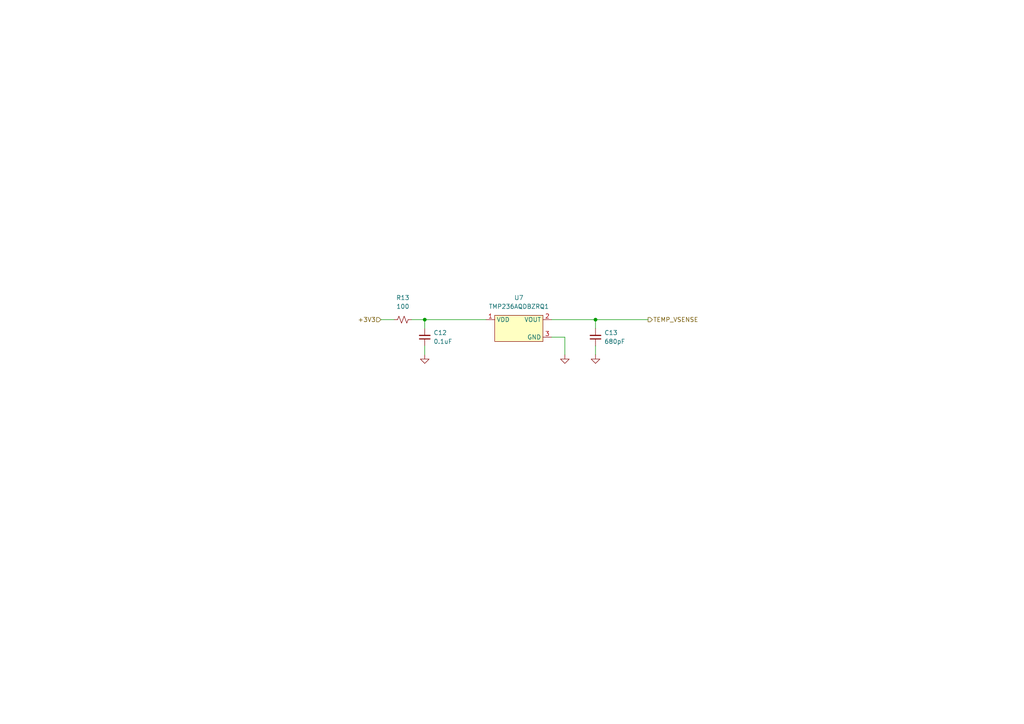
<source format=kicad_sch>
(kicad_sch (version 20211123) (generator eeschema)
  (paper "A4")
  (lib_symbols
    (symbol "Device:C_Small" (pin_numbers hide) (pin_names (offset 0.254) hide)
      (property "Reference" "C" (at 0.254 1.778 0))
      (property "Value" "C_Small" (at 0.254 -2.032 0))
      (symbol "C_Small_0_1"
        (polyline (pts (xy -1.524 -0.508) (xy 1.524 -0.508)) (stroke (width 0.3302)))
        (polyline (pts (xy -1.524 0.508) (xy 1.524 0.508)) (stroke (width 0.3048)))
      )
      (symbol "C_Small_1_1"
        (pin passive line (at 0 2.54 270) (length 2.032) (name "~") (number "1"))
        (pin passive line (at 0 -2.54 90) (length 2.032) (name "~") (number "2"))
      )
    )
    (symbol "Device:R_Small_US" (pin_numbers hide) (pin_names (offset 0.254) hide)
      (property "Reference" "R" (at 0.762 0.508 0))
      (property "Value" "R_Small_US" (at 0.762 -1.016 0))
      (symbol "R_Small_US_1_1"
        (polyline (pts (xy 0 0) (xy 1.016 -0.381) (xy 0 -0.762) (xy -1.016 -1.143) (xy 0 -1.524)))
        (polyline (pts (xy 0 1.524) (xy 1.016 1.143) (xy 0 0.762) (xy -1.016 0.381) (xy 0 0)))
        (pin passive line (at 0 2.54 270) (length 1.016) (name "~") (number "1"))
        (pin passive line (at 0 -2.54 90) (length 1.016) (name "~") (number "2"))
      )
    )
    (symbol "ProjectSymbols:TMP236AQDBZRQ1"
      (property "Reference" "U" (at -5.08 6.35 0))
      (property "Value" "TMP236AQDBZRQ1" (at 1.27 -3.81 0))
      (symbol "TMP236AQDBZRQ1_0_0"
        (pin power_in line (at -8.89 3.81 0) (length 2.54) (name "VDD") (number "1"))
        (pin output line (at 10.16 3.81 180) (length 2.54) (name "VOUT") (number "2"))
        (pin power_in line (at 10.16 -1.27 180) (length 2.54) (name "GND") (number "3"))
      )
      (symbol "TMP236AQDBZRQ1_0_1"
        (rectangle (start -6.35 5.08) (end 7.62 -2.54) (fill (type background)))
      )
    )
    (symbol "power:GND" (power) (pin_names (offset 0))
      (property "Value" "GND" (at 0 -3.81 0))
      (symbol "GND_0_1"
        (polyline (pts (xy 0 0) (xy 0 -1.27) (xy 1.27 -1.27) (xy 0 -2.54) (xy -1.27 -1.27) (xy 0 -1.27)))
      )
      (symbol "GND_1_1"
        (pin power_in line (at 0 0 270) (length 0) hide (name "GND") (number "1"))
      )
    )
  )
  (junction (at 123.19 92.71))
  (junction (at 172.72 92.71))
  (wire (pts (xy 172.72 92.71) (xy 187.96 92.71)))
  (wire (pts (xy 123.19 92.71) (xy 119.38 92.71)))
  (wire (pts (xy 172.72 95.25) (xy 172.72 92.71)))
  (wire (pts (xy 163.83 102.87) (xy 163.83 97.79)))
  (wire (pts (xy 110.49 92.71) (xy 114.3 92.71)))
  (wire (pts (xy 123.19 95.25) (xy 123.19 92.71)))
  (wire (pts (xy 123.19 92.71) (xy 140.97 92.71)))
  (wire (pts (xy 172.72 100.33) (xy 172.72 102.87)))
  (wire (pts (xy 123.19 100.33) (xy 123.19 102.87)))
  (wire (pts (xy 163.83 97.79) (xy 160.02 97.79)))
  (wire (pts (xy 172.72 92.71) (xy 160.02 92.71)))
  (hierarchical_label "+3V3" (shape input) (at 110.49 92.71 180))
  (hierarchical_label "TEMP_VSENSE" (shape output) (at 187.96 92.71 0))
  (symbol (lib_id "ProjectSymbols:TMP236AQDBZRQ1") (at 149.86 96.52 0) (unit 1)
    (property "Reference" "U7" (at 150.495 86.36 0))
    (property "Value" "TMP236AQDBZRQ1" (at 150.495 88.9 0))
    (property "Footprint" "Package_TO_SOT_SMD:SC-59" (effects hide))
    (property "MPN" "TMP236AQDBZRQ1" (effects hide))
  )
  (symbol (lib_id "Device:R_Small_US") (at 116.84 92.71 90) (unit 1)
    (property "Reference" "R13" (at 116.84 86.36 90))
    (property "Value" "100" (at 116.84 88.9 90))
    (property "Footprint" "Resistor_SMD:R_0603_1608Metric" (effects hide))
    (property "MPN" "RC0603FR-07100RL" (effects hide))
  )
  (symbol (lib_id "power:GND") (at 172.72 102.87 0) (unit 1)
    (property "Reference" "#PWR025" (effects hide))
    (property "Value" "GND" (effects hide))
  )
  (symbol (lib_id "Device:C_Small") (at 172.72 97.79 180) (unit 1)
    (property "Reference" "C13" (at 175.26 96.5135 0) (effects (justify right)))
    (property "Value" "680pF" (at 175.26 99.0535 0) (effects (justify right)))
    (property "Footprint" "Capacitor_SMD:C_0603_1608Metric" (effects hide))
    (property "MPN" "CC0603JRNPO8BN681" (effects hide))
  )
  (symbol (lib_id "Device:C_Small") (at 123.19 97.79 180) (unit 1)
    (property "Reference" "C12" (at 125.73 96.5135 0) (effects (justify right)))
    (property "Value" "0.1uF" (at 125.73 99.0535 0) (effects (justify right)))
    (property "Footprint" "Capacitor_SMD:C_0603_1608Metric" (effects hide))
    (property "MPN" "CC0603JRX7R8BB104" (effects hide))
  )
  (symbol (lib_id "power:GND") (at 163.83 102.87 0) (unit 1)
    (property "Reference" "#PWR024" (effects hide))
    (property "Value" "GND" (effects hide))
  )
  (symbol (lib_id "power:GND") (at 123.19 102.87 0) (unit 1)
    (property "Reference" "#PWR023" (effects hide))
    (property "Value" "GND" (effects hide))
  )
)
</source>
